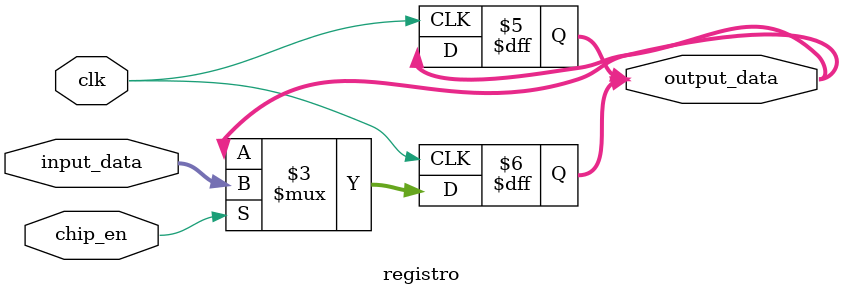
<source format=v>
`timescale 1ns / 1ps
module registro
#(parameter N=32)
(
input wire [N-1:0] input_data,
input chip_en,
output reg [N-1:0] output_data,
input clk
);


always@(posedge clk)
begin
	if(chip_en)
	begin
		output_data <= input_data;
	end
end

always@(negedge clk)
begin
	output_data <= output_data;
end

endmodule
</source>
